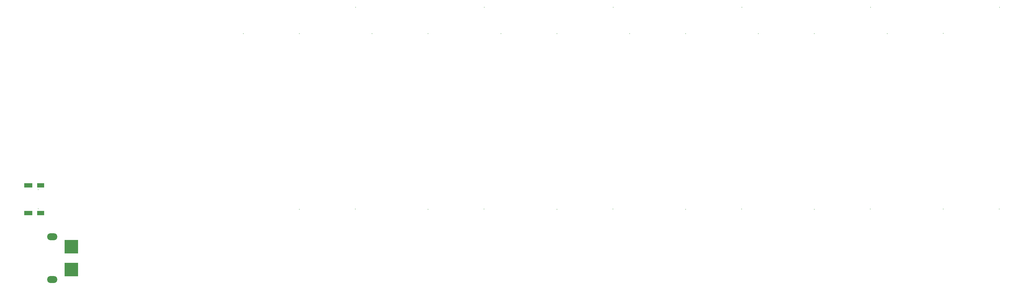
<source format=gbs>
G04*
G04 #@! TF.GenerationSoftware,Altium Limited,Altium Designer,18.1.7 (191)*
G04*
G04 Layer_Color=16711935*
%FSLAX44Y44*%
%MOMM*%
G71*
G01*
G75*
%ADD91C,0.2032*%
%ADD92R,4.2032X4.2032*%
%ADD93O,3.2032X2.2032*%
%ADD94R,2.2032X1.4032*%
%ADD95R,2.5032X1.4032*%
D91*
X3175000Y1022704D02*
D03*
Y470000D02*
D03*
X3351000Y470352D02*
D03*
X3352000Y1105352D02*
D03*
X2999000Y1022352D02*
D03*
X2770000Y1022352D02*
D03*
Y469648D02*
D03*
X2946000Y470000D02*
D03*
X2947000Y1105000D02*
D03*
X2594000Y1022000D02*
D03*
X2365000Y1022352D02*
D03*
Y469648D02*
D03*
X2541000Y470000D02*
D03*
X2542000Y1105000D02*
D03*
X2189000Y1022000D02*
D03*
X1960000Y1022352D02*
D03*
Y469648D02*
D03*
X2136000Y470000D02*
D03*
X2137000Y1105000D02*
D03*
X1784000Y1022000D02*
D03*
X1555000Y1022352D02*
D03*
Y469648D02*
D03*
X1731000Y470000D02*
D03*
X1732000Y1105000D02*
D03*
X1379000Y1022000D02*
D03*
X1150000Y1022352D02*
D03*
Y469648D02*
D03*
X1326000Y470000D02*
D03*
X1327000Y1105000D02*
D03*
X974000Y1022000D02*
D03*
X329190Y531000D02*
D03*
Y471000D02*
D03*
D92*
X433000Y351500D02*
D03*
Y279500D02*
D03*
D93*
X373000Y383000D02*
D03*
Y248000D02*
D03*
D94*
X336360Y544200D02*
D03*
Y457700D02*
D03*
D95*
X297760Y544200D02*
D03*
Y457700D02*
D03*
M02*

</source>
